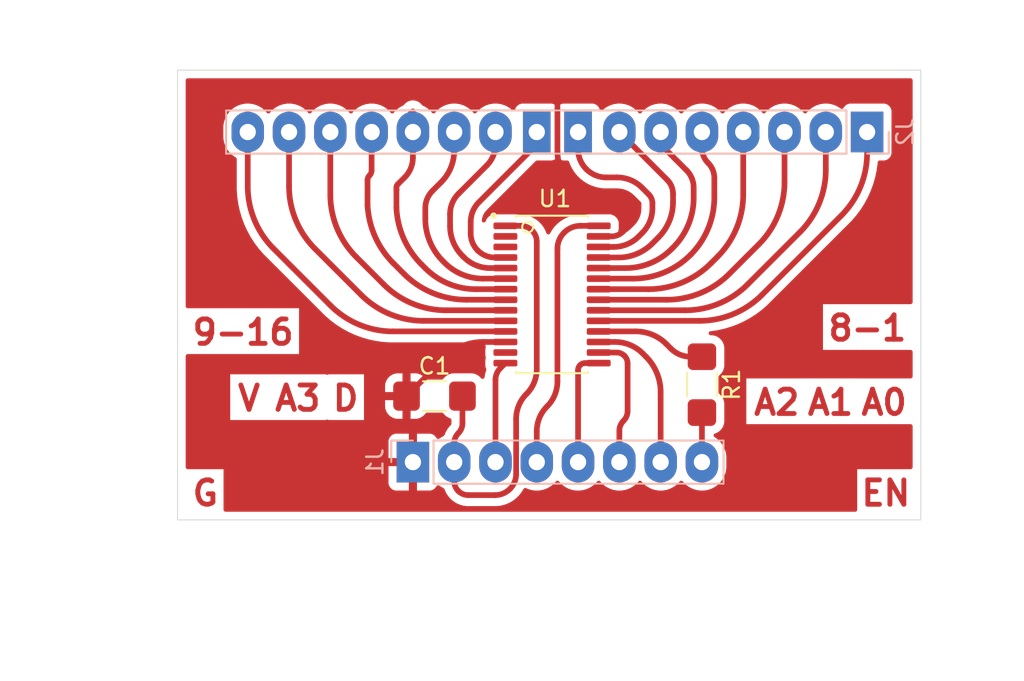
<source format=kicad_pcb>
(kicad_pcb (version 20240108) (generator "pcbnew") (generator_version "8.0")
  (layers (0 "F.Cu" signal) (31 "B.Cu" signal) (34 "B.Paste" user) (35 "F.Paste" user) (36 "B.SilkS" user "B.Silkscreen") (37 "F.SilkS" user "F.Silkscreen") (38 "B.Mask" user) (39 "F.Mask" user) (44 "Edge.Cuts" user))
  (net 0 "")
  (net 1 "GND")
  (net 2 "Net-(J1-Pin_7)")
  (net 3 "Net-(J1-Pin_5)")
  (net 4 "Net-(J1-Pin_3)")
  (net 5 "Net-(J1-Pin_4)")
  (net 6 "Net-(J1-Pin_8)")
  (net 7 "VCC")
  (net 8 "Net-(J1-Pin_6)")
  (net 9 "Net-(J2-Pin_8)")
  (net 10 "Net-(J2-Pin_6)")
  (net 11 "Net-(J2-Pin_4)")
  (net 12 "Net-(J2-Pin_13)")
  (net 13 "Net-(J2-Pin_12)")
  (net 14 "Net-(J2-Pin_3)")
  (net 15 "Net-(J2-Pin_11)")
  (net 16 "Net-(J2-Pin_10)")
  (net 17 "Net-(J2-Pin_5)")
  (net 18 "Net-(J2-Pin_7)")
  (net 19 "Net-(J2-Pin_15)")
  (net 20 "Net-(J2-Pin_2)")
  (net 21 "Net-(J2-Pin_14)")
  (net 22 "Net-(J2-Pin_1)")
  (net 23 "Net-(J2-Pin_9)")
  (net 24 "Net-(U1-S16)")
  (net 25 "Net-(U1-EN)")
  (footprint "007_dusjagr:C_1210_noGND" (layer "F.Cu") (at 103.69 104.648)
    (property "Reference" "C1" (at 0 -1.85 180) (layer "F.SilkS"))
    (property "Value" "100nf")
    (fp_line (start -0.711252 -0.91) (end 0.711252 -0.91) (stroke (width 0.12)) (layer "F.SilkS"))
    (fp_line (start -0.711252 0.91) (end 0.711252 0.91) (stroke (width 0.12)) (layer "F.SilkS"))
    (pad "1" smd roundrect (at -1.72 0) (size 1.64 1.8) (layers "F.Cu" "F.Paste" "F.Mask") (roundrect_rratio 0.188679) (net 1 "GND"))
    (pad "2" smd roundrect (at 1.72 0) (size 1.64 1.8) (layers "F.Cu" "F.Paste" "F.Mask") (roundrect_rratio 0.188679) (net 7 "VCC"))
    (zone (net 0) (net_name "") (layer "F.Cu") (connect_pads (clearance 0)) (min_thickness 0.25)
      (keepout (tracks allowed) (vias allowed) (pads allowed) (copperpour not_allowed) (footprints allowed))
      (fill (thermal_gap 0.5) (thermal_bridge_width 0.5))
      (polygon (pts (xy 102.674 103.632) (xy 104.706 103.632) (xy 104.706 105.664) (xy 102.674 105.664)))
    )
  )
  (footprint "007_dusjagr:R_1206_noGND" (layer "F.Cu") (at 120.142 103.944 -90)
    (property "Reference" "R1" (at 0 -1.82 90) (layer "F.SilkS"))
    (property "Value" "1k")
    (fp_line (start -0.727064 0.91) (end 0.727064 0.91) (stroke (width 0.12)) (layer "F.SilkS"))
    (fp_line (start -0.727064 -0.91) (end 0.727064 -0.91) (stroke (width 0.12)) (layer "F.SilkS"))
    (pad "1" smd roundrect (at -1.72 0 270) (size 1.64 1.75) (layers "F.Cu" "F.Paste" "F.Mask") (roundrect_rratio 0.192308) (net 25 "Net-(U1-EN)"))
    (pad "2" smd roundrect (at 1.72 0 270) (size 1.64 1.75) (layers "F.Cu" "F.Paste" "F.Mask") (roundrect_rratio 0.192308) (net 6 "Net-(J1-Pin_8)"))
    (zone (net 0) (net_name "") (layer "F.Cu") (name "noGND") (connect_pads (clearance 0)) (min_thickness 0.25)
      (keepout (tracks allowed) (vias allowed) (pads allowed) (copperpour not_allowed) (footprints allowed))
      (fill (thermal_gap 0.5) (thermal_bridge_width 0.5))
      (polygon (pts (xy 121.158 102.928) (xy 121.158 104.96) (xy 119.126 104.96) (xy 119.126 102.928)))
    )
  )
  (footprint "007_dusjagr:ADG704-28N" (layer "F.Cu") (at 110.922 98.391)
    (property "Reference" "U1" (at 0.17532 -5.89624 0) (layer "F.SilkS") (effects (font (size 1.001906 1.001906))))
    (property "Value" "ADG706_edited")
    (fp_line (start -2.2 -4.85) (end 2.2 -4.85) (stroke (width 0.127)) (layer "F.SilkS"))
    (fp_line (start -2.2 -4.75) (end -2.2 -4.85) (stroke (width 0.127)) (layer "F.SilkS"))
    (fp_line (start -2.2 4.75) (end -2.2 4.85) (stroke (width 0.127)) (layer "F.SilkS"))
    (fp_line (start -2.2 4.85) (end 2.2 4.85) (stroke (width 0.127)) (layer "F.SilkS"))
    (fp_line (start 2.2 -4.85) (end 2.2 -4.75) (stroke (width 0.127)) (layer "F.SilkS"))
    (fp_line (start 2.2 4.85) (end 2.2 4.75) (stroke (width 0.127)) (layer "F.SilkS"))
    (fp_circle (center -3.6 -4.85) (end -3.5 -4.85) (stroke (width 0.2)) (fill none) (layer "F.SilkS"))
    (fp_circle (center -1.5 -4.15) (end -1.164591 -4.15) (stroke (width 0.127)) (fill none) (layer "F.SilkS"))
    (pad "1" smd roundrect (at -2.87 -4.225) (size 1.47 0.41) (layers "F.Cu" "F.Paste" "F.Mask") (net 7 "VCC"))
    (pad "2" smd roundrect (at -2.87 -3.575) (size 1.47 0.41) (layers "F.Cu" "F.Paste" "F.Mask"))
    (pad "3" smd roundrect (at -2.87 -2.925) (size 1.47 0.41) (layers "F.Cu" "F.Paste" "F.Mask"))
    (pad "4" smd roundrect (at -2.87 -2.275) (size 1.47 0.41) (layers "F.Cu" "F.Paste" "F.Mask") (net 24 "Net-(U1-S16)"))
    (pad "5" smd roundrect (at -2.87 -1.625) (size 1.47 0.41) (layers "F.Cu" "F.Paste" "F.Mask") (net 19 "Net-(J2-Pin_15)"))
    (pad "6" smd roundrect (at -2.87 -0.975) (size 1.47 0.41) (layers "F.Cu" "F.Paste" "F.Mask") (net 21 "Net-(J2-Pin_14)"))
    (pad "7" smd roundrect (at -2.87 -0.325) (size 1.47 0.41) (layers "F.Cu" "F.Paste" "F.Mask") (net 12 "Net-(J2-Pin_13)"))
    (pad "8" smd roundrect (at -2.87 0.325) (size 1.47 0.41) (layers "F.Cu" "F.Paste" "F.Mask") (net 13 "Net-(J2-Pin_12)"))
    (pad "9" smd roundrect (at -2.87 0.975) (size 1.47 0.41) (layers "F.Cu" "F.Paste" "F.Mask") (net 15 "Net-(J2-Pin_11)"))
    (pad "10" smd roundrect (at -2.87 1.625) (size 1.47 0.41) (layers "F.Cu" "F.Paste" "F.Mask") (net 16 "Net-(J2-Pin_10)"))
    (pad "11" smd roundrect (at -2.87 2.275) (size 1.47 0.41) (layers "F.Cu" "F.Paste" "F.Mask") (net 23 "Net-(J2-Pin_9)"))
    (pad "12" smd roundrect (at -2.87 2.925) (size 1.47 0.41) (layers "F.Cu" "F.Paste" "F.Mask") (net 1 "GND"))
    (pad "13" smd roundrect (at -2.87 3.575) (size 1.47 0.41) (layers "F.Cu" "F.Paste" "F.Mask"))
    (pad "14" smd roundrect (at -2.87 4.225) (size 1.47 0.41) (layers "F.Cu" "F.Paste" "F.Mask") (net 4 "Net-(J1-Pin_3)"))
    (pad "15" smd roundrect (at 2.87 4.225) (size 1.47 0.41) (layers "F.Cu" "F.Paste" "F.Mask") (net 3 "Net-(J1-Pin_5)"))
    (pad "16" smd roundrect (at 2.87 3.575) (size 1.47 0.41) (layers "F.Cu" "F.Paste" "F.Mask") (net 8 "Net-(J1-Pin_6)"))
    (pad "17" smd roundrect (at 2.87 2.925) (size 1.47 0.41) (layers "F.Cu" "F.Paste" "F.Mask") (net 2 "Net-(J1-Pin_7)"))
    (pad "18" smd roundrect (at 2.87 2.275) (size 1.47 0.41) (layers "F.Cu" "F.Paste" "F.Mask") (net 25 "Net-(U1-EN)"))
    (pad "19" smd roundrect (at 2.87 1.625) (size 1.47 0.41) (layers "F.Cu" "F.Paste" "F.Mask") (net 22 "Net-(J2-Pin_1)"))
    (pad "20" smd roundrect (at 2.87 0.975) (size 1.47 0.41) (layers "F.Cu" "F.Paste" "F.Mask") (net 20 "Net-(J2-Pin_2)"))
    (pad "21" smd roundrect (at 2.87 0.325) (size 1.47 0.41) (layers "F.Cu" "F.Paste" "F.Mask") (net 14 "Net-(J2-Pin_3)"))
    (pad "22" smd roundrect (at 2.87 -0.325) (size 1.47 0.41) (layers "F.Cu" "F.Paste" "F.Mask") (net 11 "Net-(J2-Pin_4)"))
    (pad "23" smd roundrect (at 2.87 -0.975) (size 1.47 0.41) (layers "F.Cu" "F.Paste" "F.Mask") (net 17 "Net-(J2-Pin_5)"))
    (pad "24" smd roundrect (at 2.87 -1.625) (size 1.47 0.41) (layers "F.Cu" "F.Paste" "F.Mask") (net 10 "Net-(J2-Pin_6)"))
    (pad "25" smd roundrect (at 2.87 -2.275) (size 1.47 0.41) (layers "F.Cu" "F.Paste" "F.Mask") (net 18 "Net-(J2-Pin_7)"))
    (pad "26" smd roundrect (at 2.87 -2.925) (size 1.47 0.41) (layers "F.Cu" "F.Paste" "F.Mask") (net 9 "Net-(J2-Pin_8)"))
    (pad "27" smd roundrect (at 2.87 -3.575) (size 1.47 0.41) (layers "F.Cu" "F.Paste" "F.Mask") (net 1 "GND"))
    (pad "28" smd roundrect (at 2.87 -4.225) (size 1.47 0.41) (layers "F.Cu" "F.Paste" "F.Mask") (net 5 "Net-(J1-Pin_4)"))
  )
  (footprint "Connector_PinHeader_2.54mm:PinHeader_1x16_P2.54mm_Vertical" (layer "B.Cu") (at 130.302 88.392 90)
    (property "Reference" "J2" (at 0 2.33 -90) (layer "B.SilkS") (effects (justify mirror)))
    (property "Value" "Conn_01x16_Pin")
    (fp_line (start 1.33 -39.43) (end -1.33 -39.43) (stroke (width 0.12)) (layer "B.SilkS"))
    (fp_line (start 1.33 -39.43) (end 1.33 -1.27) (stroke (width 0.12)) (layer "B.SilkS"))
    (fp_line (start -1.33 -39.43) (end -1.33 -1.27) (stroke (width 0.12)) (layer "B.SilkS"))
    (fp_line (start 1.33 -1.27) (end -1.33 -1.27) (stroke (width 0.12)) (layer "B.SilkS"))
    (fp_line (start 0 1.33) (end -1.33 1.33) (stroke (width 0.12)) (layer "B.SilkS"))
    (fp_line (start -1.33 1.33) (end -1.33 0) (stroke (width 0.12)) (layer "B.SilkS"))
    (pad "1" thru_hole rect (at 0 0 90) (size 2.5 2) (drill 1) (layers "*.Cu" "*.Mask") (net 22 "Net-(J2-Pin_1)"))
    (pad "2" thru_hole oval (at 0 -2.54 90) (size 2.5 2) (drill 1) (layers "*.Cu" "*.Mask") (net 20 "Net-(J2-Pin_2)"))
    (pad "3" thru_hole oval (at 0 -5.08 90) (size 2.5 2) (drill 1) (layers "*.Cu" "*.Mask") (net 14 "Net-(J2-Pin_3)"))
    (pad "4" thru_hole oval (at 0 -7.62 90) (size 2.5 2) (drill 1) (layers "*.Cu" "*.Mask") (net 11 "Net-(J2-Pin_4)"))
    (pad "5" thru_hole oval (at 0 -10.16 90) (size 2.5 2) (drill 1) (layers "*.Cu" "*.Mask") (net 17 "Net-(J2-Pin_5)"))
    (pad "6" thru_hole oval (at 0 -12.7 90) (size 2.5 2) (drill 1) (layers "*.Cu" "*.Mask") (net 10 "Net-(J2-Pin_6)"))
    (pad "7" thru_hole oval (at 0 -15.24 90) (size 2.5 2) (drill 1) (layers "*.Cu" "*.Mask") (net 18 "Net-(J2-Pin_7)"))
    (pad "8" thru_hole rect (at 0 -17.78 90) (size 2.5 1.7) (drill 1) (layers "*.Cu" "*.Mask") (net 9 "Net-(J2-Pin_8)"))
    (pad "9" thru_hole rect (at 0 -20.32 90) (size 2.5 1.7) (drill 1) (layers "*.Cu" "*.Mask") (net 24 "Net-(U1-S16)"))
    (pad "10" thru_hole oval (at 0 -22.86 90) (size 2.5 2) (drill 1) (layers "*.Cu" "*.Mask") (net 19 "Net-(J2-Pin_15)"))
    (pad "11" thru_hole oval (at 0 -25.4 90) (size 2.5 2) (drill 1) (layers "*.Cu" "*.Mask") (net 21 "Net-(J2-Pin_14)"))
    (pad "12" thru_hole oval (at 0 -27.94 90) (size 2.5 2) (drill 1) (layers "*.Cu" "*.Mask") (net 12 "Net-(J2-Pin_13)"))
    (pad "13" thru_hole oval (at 0 -30.48 90) (size 2.5 2) (drill 1) (layers "*.Cu" "*.Mask") (net 13 "Net-(J2-Pin_12)"))
    (pad "14" thru_hole oval (at 0 -33.02 90) (size 2.5 2) (drill 1) (layers "*.Cu" "*.Mask") (net 15 "Net-(J2-Pin_11)"))
    (pad "15" thru_hole oval (at 0 -35.56 90) (size 2.5 2) (drill 1) (layers "*.Cu" "*.Mask") (net 16 "Net-(J2-Pin_10)"))
    (pad "16" thru_hole oval (at 0 -38.1 90) (size 2.5 2) (drill 1) (layers "*.Cu" "*.Mask") (net 23 "Net-(J2-Pin_9)"))
  )
  (footprint "Connector_PinHeader_2.54mm:PinHeader_1x08_P2.54mm_Vertical" (layer "B.Cu") (at 102.362 108.712 -90)
    (property "Reference" "J1" (at 0 2.33 90) (layer "B.SilkS") (effects (justify mirror)))
    (property "Value" "Conn_01x07_Pin")
    (fp_line (start -1.33 1.33) (end -1.33 0) (stroke (width 0.12)) (layer "B.SilkS"))
    (fp_line (start 0 1.33) (end -1.33 1.33) (stroke (width 0.12)) (layer "B.SilkS"))
    (fp_line (start 1.33 -1.27) (end -1.33 -1.27) (stroke (width 0.12)) (layer "B.SilkS"))
    (fp_line (start -1.33 -19.11) (end -1.33 -1.27) (stroke (width 0.12)) (layer "B.SilkS"))
    (fp_line (start 1.33 -19.11) (end 1.33 -1.27) (stroke (width 0.12)) (layer "B.SilkS"))
    (fp_line (start 1.33 -19.11) (end -1.33 -19.11) (stroke (width 0.12)) (layer "B.SilkS"))
    (pad "1" thru_hole rect (at 0 0 270) (size 2.5 2) (drill 1) (layers "*.Cu" "*.Mask") (net 1 "GND"))
    (pad "2" thru_hole oval (at 0 -2.54 270) (size 2.5 2) (drill 1) (layers "*.Cu" "*.Mask") (net 7 "VCC"))
    (pad "3" thru_hole oval (at 0 -5.08 270) (size 2.5 2) (drill 1) (layers "*.Cu" "*.Mask") (net 4 "Net-(J1-Pin_3)"))
    (pad "4" thru_hole oval (at 0 -7.62 270) (size 2.5 2) (drill 1) (layers "*.Cu" "*.Mask") (net 5 "Net-(J1-Pin_4)"))
    (pad "5" thru_hole oval (at 0 -10.16 270) (size 2.5 2) (drill 1) (layers "*.Cu" "*.Mask") (net 3 "Net-(J1-Pin_5)"))
    (pad "6" thru_hole oval (at 0 -12.7 270) (size 2.5 2) (drill 1) (layers "*.Cu" "*.Mask") (net 8 "Net-(J1-Pin_6)"))
    (pad "7" thru_hole oval (at 0 -15.24 270) (size 2.5 2) (drill 1) (layers "*.Cu" "*.Mask") (net 2 "Net-(J1-Pin_7)"))
    (pad "8" thru_hole oval (at 0 -17.78 270) (size 2.5 2) (drill 1) (layers "*.Cu" "*.Mask") (net 6 "Net-(J1-Pin_8)"))
  )
  (gr_rect (start 87.884 84.582) (end 133.604 112.268) (stroke (width 0.05)) (fill none) (layer "Edge.Cuts"))
  (gr_text "9-16" (at 88.646 101.6 0) (layer "F.Cu") (effects (font (size 1.5 1.5) (thickness 0.3) (bold yes)) (justify left bottom)))
  (gr_text "V\n" (at 91.44 105.664 0) (layer "F.Cu") (effects (font (size 1.5 1.5) (thickness 0.3) (bold yes)) (justify left bottom)))
  (gr_text "A0" (at 129.794 105.918 0) (layer "F.Cu") (effects (font (size 1.5 1.5) (thickness 0.3) (bold yes)) (justify left bottom)))
  (gr_text "A3" (at 93.726 105.664 0) (layer "F.Cu") (effects (font (size 1.5 1.5) (thickness 0.3) (bold yes)) (justify left bottom)))
  (gr_text "D" (at 97.282 105.664 0) (layer "F.Cu") (effects (font (size 1.5 1.5) (thickness 0.3) (bold yes)) (justify left bottom)))
  (gr_text "A1" (at 126.492 105.918 0) (layer "F.Cu") (effects (font (size 1.5 1.5) (thickness 0.3) (bold yes)) (justify left bottom)))
  (gr_text "EN" (at 129.794 111.506 0) (layer "F.Cu") (effects (font (size 1.5 1.5) (thickness 0.3) (bold yes)) (justify left bottom)))
  (gr_text "A2" (at 123.19 105.918 0) (layer "F.Cu") (effects (font (size 1.5 1.5) (thickness 0.3) (bold yes)) (justify left bottom)))
  (gr_text "8-1" (at 127.762 101.346 0) (layer "F.Cu") (effects (font (size 1.5 1.5) (thickness 0.3) (bold yes)) (justify left bottom)))
  (gr_text "G" (at 88.646 111.506 0) (layer "F.Cu") (effects (font (size 1.5 1.5) (thickness 0.3) (bold yes)) (justify left bottom)))
  (segment (start 115.266487 92.660487) (end 115.189 92.583) (width 0.35) (layer "F.Cu") (net 1))
  (segment (start 107.747213 101.316) (end 107.889 101.316) (width 0.35) (layer "F.Cu") (net 1))
  (segment (start 107.889 101.316) (end 106.677 101.316) (width 0.35) (layer "F.Cu") (net 1))
  (segment (start 115.57 93.822463) (end 115.57 93.393231) (width 0.35) (layer "F.Cu") (net 1))
  (segment (start 111.252 89.600369) (end 111.252 85.344) (width 0.35) (layer "F.Cu") (net 1))
  (segment (start 112.057579 91.483579) (end 112.014 91.44) (width 0.35) (layer "F.Cu") (net 1))
  (segment (start 104.329728 102.288271) (end 101.97 104.648) (width 0.35) (layer "F.Cu") (net 1))
  (segment (start 107.711 101.331) (end 107.696 101.346) (width 0.35) (layer "F.Cu") (net 1))
  (segment (start 114.576463 94.816) (end 113.792 94.816) (width 0.35) (layer "F.Cu") (net 1))
  (segment (start 113.792 92.202) (end 114.269184 92.202) (width 0.35) (layer "F.Cu") (net 1))
  (arc (start 107.747213 101.316) (mid 107.727614 101.319898) (end 107.711 101.331) (width 0.35) (layer "F.Cu") (net 1))
  (arc (start 111.252 89.600369) (mid 111.450037 90.59597) (end 112.014 91.44) (width 0.35) (layer "F.Cu") (net 1))
  (arc (start 104.329728 102.288271) (mid 105.406665 101.568685) (end 106.677 101.316) (width 0.35) (layer "F.Cu") (net 1))
  (arc (start 107.889 101.316) (mid 107.889 101.316) (end 107.889 101.316) (width 0.35) (layer "F.Cu") (net 1))
  (arc (start 115.279 94.525) (mid 114.956673 94.740371) (end 114.576463 94.816) (width 0.35) (layer "F.Cu") (net 1))
  (arc (start 115.266487 92.660487) (mid 115.491119 92.996673) (end 115.57 93.393231) (width 0.35) (layer "F.Cu") (net 1))
  (arc (start 115.189 92.583) (mid 114.766984 92.301018) (end 114.269184 92.202) (width 0.35) (layer "F.Cu") (net 1))
  (arc (start 115.279 94.525) (mid 115.494371 94.202673) (end 115.57 93.822463) (width 0.35) (layer "F.Cu") (net 1))
  (arc (start 112.057579 91.483579) (mid 112.853338 92.015288) (end 113.792 92.202) (width 0.35) (layer "F.Cu") (net 1))
  (segment (start 116.698 102.22) (end 116.501813 102.023813) (width 0.35) (layer "F.Cu") (net 2))
  (segment (start 117.602 104.402449) (end 117.602 108.712) (width 0.35) (layer "F.Cu") (net 2))
  (segment (start 114.793 101.316) (end 113.792 101.316) (width 0.35) (layer "F.Cu") (net 2))
  (arc (start 116.698 102.22) (mid 117.367058 103.221316) (end 117.602 104.402449) (width 0.35) (layer "F.Cu") (net 2))
  (arc (start 114.793 101.316) (mid 115.717803 101.499954) (end 116.501813 102.023813) (width 0.35) (layer "F.Cu") (net 2))
  (segment (start 112.955605 102.616) (end 113.792 102.616) (width 0.35) (layer "F.Cu") (net 3))
  (segment (start 112.522 103.049605) (end 112.522 108.712) (width 0.35) (layer "F.Cu") (net 3))
  (arc (start 112.955605 102.616) (mid 112.789671 102.649006) (end 112.649 102.743) (width 0.35) (layer "F.Cu") (net 3))
  (arc (start 112.649 102.743) (mid 112.555006 102.883671) (end 112.522 103.049605) (width 0.35) (layer "F.Cu") (net 3))
  (segment (start 107.442 103.657335) (end 107.442 108.712) (width 0.35) (layer "F.Cu") (net 4))
  (segment (start 107.747 102.921) (end 108.052 102.616) (width 0.35) (layer "F.Cu") (net 4))
  (arc (start 107.747 102.921) (mid 107.521266 103.258833) (end 107.442 103.657335) (width 0.35) (layer "F.Cu") (net 4))
  (segment (start 112.668898 94.166) (end 113.792 94.166) (width 0.35) (layer "F.Cu") (net 5))
  (segment (start 109.982 106.816025) (end 109.982 108.712) (width 0.35) (layer "F.Cu") (net 5))
  (segment (start 111.252 103.749974) (end 111.252 95.582898) (width 0.35) (layer "F.Cu") (net 5))
  (arc (start 112.668898 94.166) (mid 112.126674 94.273854) (end 111.667 94.581) (width 0.35) (layer "F.Cu") (net 5))
  (arc (start 109.982 106.816025) (mid 110.147031 105.986357) (end 110.617 105.283) (width 0.35) (layer "F.Cu") (net 5))
  (arc (start 111.252 95.582898) (mid 111.359854 95.040674) (end 111.667 94.581) (width 0.35) (layer "F.Cu") (net 5))
  (arc (start 111.252 103.749974) (mid 111.086968 104.579641) (end 110.617 105.283) (width 0.35) (layer "F.Cu") (net 5))
  (segment (start 120.142 105.664) (end 120.142 108.712) (width 0.35) (layer "F.Cu") (net 6))
  (segment (start 104.902 107.54721) (end 104.902 107.95) (width 0.35) (layer "F.Cu") (net 7))
  (segment (start 108.712 109.443184) (end 108.712 106.054025) (width 0.35) (layer "F.Cu") (net 7))
  (segment (start 104.902 108.712) (end 104.902 109.093) (width 0.35) (layer "F.Cu") (net 7))
  (segment (start 107.411184 110.744) (end 105.76921 110.744) (width 0.35) (layer "F.Cu") (net 7))
  (segment (start 104.902 109.876789) (end 104.902 108.712) (width 0.35) (layer "F.Cu") (net 7))
  (segment (start 104.902 107.95) (end 104.902 108.712) (width 0.35) (layer "F.Cu") (net 7))
  (segment (start 105.41 106.320789) (end 105.41 104.648) (width 0.35) (layer "F.Cu") (net 7))
  (segment (start 108.998706 94.166) (end 108.052 94.166) (width 0.35) (layer "F.Cu") (net 7))
  (segment (start 109.982 102.987974) (end 109.982 95.149293) (width 0.35) (layer "F.Cu") (net 7))
  (arc (start 104.902 107.54721) (mid 104.968012 107.215343) (end 105.156 106.934) (width 0.35) (layer "F.Cu") (net 7))
  (arc (start 108.998706 94.166) (mid 109.374996 94.240848) (end 109.694 94.454) (width 0.35) (layer "F.Cu") (net 7))
  (arc (start 105.41 106.320789) (mid 105.343987 106.652656) (end 105.156 106.934) (width 0.35) (layer "F.Cu") (net 7))
  (arc (start 109.982 95.149293) (mid 109.907151 94.773003) (end 109.694 94.454) (width 0.35) (layer "F.Cu") (net 7))
  (arc (start 105.156 110.49) (mid 105.437343 110.677987) (end 105.76921 110.744) (width 0.35) (layer "F.Cu") (net 7))
  (arc (start 108.712 109.443184) (mid 108.612981 109.940984) (end 108.331 110.363) (width 0.35) (layer "F.Cu") (net 7))
  (arc (start 109.982 102.987974) (mid 109.816968 103.817641) (end 109.347 104.521) (width 0.35) (layer "F.Cu") (net 7))
  (arc (start 108.331 110.363) (mid 107.908984 110.644981) (end 107.411184 110.744) (width 0.35) (layer "F.Cu") (net 7))
  (arc (start 104.902 109.876789) (mid 104.968012 110.208656) (end 105.156 110.49) (width 0.35) (layer "F.Cu") (net 7))
  (arc (start 108.712 106.054025) (mid 108.877031 105.224357) (end 109.347 104.521) (width 0.35) (layer "F.Cu") (net 7))
  (segment (start 115.57 102.642014) (end 115.57 105.558789) (width 0.35) (layer "F.Cu") (net 8))
  (segment (start 115.062 106.78521) (end 115.062 108.712) (width 0.35) (layer "F.Cu") (net 8))
  (segment (start 114.893985 101.966) (end 113.792 101.966) (width 0.35) (layer "F.Cu") (net 8))
  (arc (start 115.316 106.172) (mid 115.128012 106.453343) (end 115.062 106.78521) (width 0.35) (layer "F.Cu") (net 8))
  (arc (start 114.893985 101.966) (mid 115.152684 102.017458) (end 115.372 102.164) (width 0.35) (layer "F.Cu") (net 8))
  (arc (start 115.316 106.172) (mid 115.503987 105.890656) (end 115.57 105.558789) (width 0.35) (layer "F.Cu") (net 8))
  (arc (start 115.57 102.642014) (mid 115.518541 102.383314) (end 115.372 102.164) (width 0.35) (layer "F.Cu") (net 8))
  (segment (start 116.869493 92.231493) (end 116.459 91.821) (width 0.35) (layer "F.Cu") (net 9))
  (segment (start 114.25642 91.186) (end 114.925974 91.186) (width 0.35) (layer "F.Cu") (net 9))
  (segment (start 112.522 89.451579) (end 112.522 88.392) (width 0.35) (layer "F.Cu") (net 9))
  (segment (start 116.465381 94.608617) (end 116.250052 94.823947) (width 0.35) (layer "F.Cu") (net 9))
  (segment (start 114.7 95.466) (end 113.792 95.466) (width 0.35) (layer "F.Cu") (net 9))
  (segment (start 117.094 92.7735) (end 117.094 93.091) (width 0.35) (layer "F.Cu") (net 9))
  (arc (start 116.250052 94.823947) (mid 115.538882 95.299135) (end 114.7 95.466) (width 0.35) (layer "F.Cu") (net 9))
  (arc (start 116.869493 92.231493) (mid 117.035652 92.480168) (end 117.094 92.7735) (width 0.35) (layer "F.Cu") (net 9))
  (arc (start 116.465381 94.608617) (mid 116.930627 93.912328) (end 117.094 93.091) (width 0.35) (layer "F.Cu") (net 9))
  (arc (start 113.03 90.678) (mid 113.592686 91.053975) (end 114.25642 91.186) (width 0.35) (layer "F.Cu") (net 9))
  (arc (start 112.522 89.451579) (mid 112.654024 90.115313) (end 113.03 90.678) (width 0.35) (layer "F.Cu") (net 9))
  (arc (start 116.459 91.821) (mid 115.755641 91.351031) (end 114.925974 91.186) (width 0.35) (layer "F.Cu") (net 9))
  (segment (start 119.634 91.814802) (end 119.634 92.443605) (width 0.35) (layer "F.Cu") (net 10))
  (segment (start 115.447 96.766) (end 113.792 96.766) (width 0.35) (layer "F.Cu") (net 10))
  (segment (start 119.189369 90.741369) (end 117.871407 89.423407) (width 0.35) (layer "F.Cu") (net 10))
  (segment (start 117.602 88.773) (end 117.602 88.392) (width 0.35) (layer "F.Cu") (net 10))
  (segment (start 118.272261 95.595738) (end 118.368 95.5) (width 0.35) (layer "F.Cu") (net 10))
  (arc (start 115.447 96.766) (mid 116.97602 96.461858) (end 118.272261 95.595738) (width 0.35) (layer "F.Cu") (net 10))
  (arc (start 117.602 88.773) (mid 117.672016 89.124997) (end 117.871407 89.423407) (width 0.35) (layer "F.Cu") (net 10))
  (arc (start 119.189369 90.741369) (mid 119.518444 91.233864) (end 119.634 91.814802) (width 0.35) (layer "F.Cu") (net 10))
  (arc (start 118.368 95.5) (mid 119.304977 94.097714) (end 119.634 92.443605) (width 0.35) (layer "F.Cu") (net 10))
  (segment (start 120.697792 96.472206) (end 121.088207 96.081792) (width 0.35) (layer "F.Cu") (net 11))
  (segment (start 116.850036 98.066) (end 113.792 98.066) (width 0.35) (layer "F.Cu") (net 11))
  (segment (start 122.682 92.234036) (end 122.682 88.392) (width 0.35) (layer "F.Cu") (net 11))
  (arc (start 120.697792 96.472206) (mid 118.932426 97.651786) (end 116.850036 98.066) (width 0.35) (layer "F.Cu") (net 11))
  (arc (start 122.682 92.234036) (mid 122.267786 94.316426) (end 121.088207 96.081792) (width 0.35) (layer "F.Cu") (net 11))
  (segment (start 102.362 89.959579) (end 102.362 88.392) (width 0.35) (layer "F.Cu") (net 12))
  (segment (start 101.346 91.946281) (end 101.346 91.821) (width 0.35) (layer "F.Cu") (net 12))
  (segment (start 102.881 96.531) (end 103.130479 96.780479) (width 0.35) (layer "F.Cu") (net 12))
  (segment (start 106.234 98.066) (end 108.052 98.066) (width 0.35) (layer "F.Cu") (net 12))
  (segment (start 101.34843 93.053895) (end 101.34843 91.952148) (width 0.35) (layer "F.Cu") (net 12))
  (segment (start 101.854 87.63) (end 102.362 87.122) (width 0.35) (layer "F.Cu") (net 12))
  (segment (start 101.853999 91.185999) (end 101.435802 91.604197) (width 0.35) (layer "F.Cu") (net 12))
  (arc (start 101.346 91.946281) (mid 101.346315 91.947869) (end 101.347215 91.949215) (width 0.35) (layer "F.Cu") (net 12))
  (arc (start 102.881 96.531) (mid 101.789839 94.935904) (end 101.34843 93.053895) (width 0.35) (layer "F.Cu") (net 12))
  (arc (start 101.347215 91.949215) (mid 101.348114 91.95056) (end 101.34843 91.952148) (width 0.35) (layer "F.Cu") (net 12))
  (arc (start 102.362 89.959579) (mid 102.229974 90.623313) (end 101.853999 91.185999) (width 0.35) (layer "F.Cu") (net 12))
  (arc (start 101.435802 91.604197) (mid 101.369338 91.703667) (end 101.346 91.821) (width 0.35) (layer "F.Cu") (net 12))
  (arc (start 106.234 98.066) (mid 104.554386 97.731903) (end 103.130479 96.780479) (width 0.35) (layer "F.Cu") (net 12))
  (segment (start 105.661054 98.716) (end 108.052 98.716) (width 0.35) (layer "F.Cu") (net 13))
  (segment (start 101.813298 97.122207) (end 101.161792 96.470701) (width 0.35) (layer "F.Cu") (net 13))
  (segment (start 99.570574 91.361211) (end 99.570574 92.860415) (width 0.35) (layer "F.Cu") (net 13))
  (segment (start 99.822 90.754214) (end 99.822 88.392) (width 0.35) (layer "F.Cu") (net 13))
  (arc (start 99.570574 92.860415) (mid 100.028833 94.81451) (end 101.161792 96.470701) (width 0.35) (layer "F.Cu") (net 13))
  (arc (start 99.822 90.754214) (mid 99.789328 90.918466) (end 99.696287 91.057713) (width 0.35) (layer "F.Cu") (net 13))
  (arc (start 99.696287 91.057713) (mid 99.603245 91.196959) (end 99.570574 91.361211) (width 0.35) (layer "F.Cu") (net 13))
  (arc (start 101.813298 97.122207) (mid 103.578663 98.301786) (end 105.661054 98.716) (width 0.35) (layer "F.Cu") (net 13))
  (segment (start 125.222 91.472036) (end 125.222 88.392) (width 0.35) (layer "F.Cu") (net 14))
  (segment (start 123.628207 95.319792) (end 121.825792 97.122206) (width 0.35) (layer "F.Cu") (net 14))
  (segment (start 117.978036 98.716) (end 113.792 98.716) (width 0.35) (layer "F.Cu") (net 14))
  (arc (start 125.222 91.472036) (mid 124.807786 93.554426) (end 123.628207 95.319792) (width 0.35) (layer "F.Cu") (net 14))
  (arc (start 117.978036 98.716) (mid 120.060426 98.301786) (end 121.825792 97.122206) (width 0.35) (layer "F.Cu") (net 14))
  (segment (start 97.282 92.234036) (end 97.282 88.392) (width 0.35) (layer "F.Cu") (net 15))
  (segment (start 98.875792 96.081792) (end 100.566207 97.772207) (width 0.35) (layer "F.Cu") (net 15))
  (segment (start 104.413963 99.366) (end 108.052 99.366) (width 0.35) (layer "F.Cu") (net 15))
  (arc (start 100.566207 97.772207) (mid 102.331572 98.951786) (end 104.413963 99.366) (width 0.35) (layer "F.Cu") (net 15))
  (arc (start 98.875792 96.081792) (mid 97.696213 94.316426) (end 97.282 92.234036) (width 0.35) (layer "F.Cu") (net 15))
  (segment (start 103.031963 100.016) (end 108.052 100.016) (width 0.35) (layer "F.Cu") (net 16))
  (segment (start 99.184207 98.422207) (end 96.335792 95.573792) (width 0.35) (layer "F.Cu") (net 16))
  (segment (start 94.742 91.726036) (end 94.742 88.392) (width 0.35) (layer "F.Cu") (net 16))
  (arc (start 99.184207 98.422207) (mid 100.949572 99.601786) (end 103.031963 100.016) (width 0.35) (layer "F.Cu") (net 16))
  (arc (start 96.335792 95.573792) (mid 95.156213 93.808426) (end 94.742 91.726036) (width 0.35) (layer "F.Cu") (net 16))
  (segment (start 115.905591 97.416) (end 113.792 97.416) (width 0.35) (layer "F.Cu") (net 17))
  (segment (start 120.904 92.417591) (end 120.904 91.216815) (width 0.35) (layer "F.Cu") (net 17))
  (segment (start 120.142 89.377184) (end 120.142 88.392) (width 0.35) (layer "F.Cu") (net 17))
  (arc (start 120.142 89.377184) (mid 120.241018 89.874984) (end 120.523 90.297) (width 0.35) (layer "F.Cu") (net 17))
  (arc (start 120.523 90.297) (mid 120.804981 90.719014) (end 120.904 91.216815) (width 0.35) (layer "F.Cu") (net 17))
  (arc (start 115.905591 97.416) (mid 117.818399 97.035518) (end 119.44 95.952) (width 0.35) (layer "F.Cu") (net 17))
  (arc (start 119.44 95.952) (mid 120.523518 94.330399) (end 120.904 92.417591) (width 0.35) (layer "F.Cu") (net 17))
  (segment (start 118.364 92.71) (end 118.364 92.202) (width 0.35) (layer "F.Cu") (net 18))
  (segment (start 118.004789 91.334789) (end 115.062 88.392) (width 0.35) (layer "F.Cu") (net 18))
  (segment (start 115.01 96.116) (end 113.792 96.116) (width 0.35) (layer "F.Cu") (net 18))
  (segment (start 117.089255 95.254743) (end 117.465974 94.878025) (width 0.35) (layer "F.Cu") (net 18))
  (arc (start 117.089255 95.254743) (mid 116.135284 95.892166) (end 115.01 96.116) (width 0.35) (layer "F.Cu") (net 18))
  (arc (start 118.004789 91.334789) (mid 118.270644 91.732669) (end 118.364 92.202) (width 0.35) (layer "F.Cu") (net 18))
  (arc (start 117.465974 94.878025) (mid 118.13061 93.883326) (end 118.364 92.71) (width 0.35) (layer "F.Cu") (net 18))
  (segment (start 104.648 93.444013) (end 104.648 94.178026) (width 0.35) (layer "F.Cu") (net 19))
  (segment (start 107.108 96.766) (end 108.052 96.766) (width 0.35) (layer "F.Cu") (net 19))
  (segment (start 107.442 89.154) (end 107.442 88.392) (width 0.35) (layer "F.Cu") (net 19))
  (segment (start 105.406 96.008) (end 105.496491 96.098491) (width 0.35) (layer "F.Cu") (net 19))
  (segment (start 105.167025 92.190974) (end 106.903184 90.454815) (width 0.35) (layer "F.Cu") (net 19))
  (arc (start 105.167025 92.190974) (mid 104.78289 92.765873) (end 104.648 93.444013) (width 0.35) (layer "F.Cu") (net 19))
  (arc (start 107.442 89.154) (mid 107.301966 89.857996) (end 106.903184 90.454815) (width 0.35) (layer "F.Cu") (net 19))
  (arc (start 107.108 96.766) (mid 106.235857 96.59252) (end 105.496491 96.098491) (width 0.35) (layer "F.Cu") (net 19))
  (arc (start 104.648 94.178026) (mid 104.844997 95.1684) (end 105.406 96.008) (width 0.35) (layer "F.Cu") (net 19))
  (segment (start 119.106036 99.366) (end 113.792 99.366) (width 0.35) (layer "F.Cu") (net 20))
  (segment (start 127.762 90.710036) (end 127.762 88.392) (width 0.35) (layer "F.Cu") (net 20))
  (segment (start 122.953792 97.772207) (end 126.168207 94.557792) (width 0.35) (layer "F.Cu") (net 20))
  (arc (start 127.762 90.710036) (mid 127.347786 92.792426) (end 126.168207 94.557792) (width 0.35) (layer "F.Cu") (net 20))
  (arc (start 122.953792 97.772207) (mid 121.188426 98.951786) (end 119.106036 99.366) (width 0.35) (layer "F.Cu") (net 20))
  (segment (start 104.093776 91.486222) (end 103.570327 92.009672) (width 0.35) (layer "F.Cu") (net 21))
  (segment (start 103.124 93.718406) (end 103.124 93.087203) (width 0.35) (layer "F.Cu") (net 21))
  (segment (start 106.671 97.416) (end 108.052 97.416) (width 0.35) (layer "F.Cu") (net 21))
  (segment (start 104.207 96.333) (end 104.313485 96.439485) (width 0.35) (layer "F.Cu") (net 21))
  (segment (start 104.902 89.535) (end 104.902 88.392) (width 0.35) (layer "F.Cu") (net 21))
  (arc (start 104.313485 96.439485) (mid 105.395122 97.162212) (end 106.671 97.416) (width 0.35) (layer "F.Cu") (net 21))
  (arc (start 103.570327 92.009672) (mid 103.239996 92.504047) (end 103.124 93.087203) (width 0.35) (layer "F.Cu") (net 21))
  (arc (start 104.902 89.535) (mid 104.691949 90.590994) (end 104.093776 91.486222) (width 0.35) (layer "F.Cu") (net 21))
  (arc (start 104.207 96.333) (mid 103.405462 95.133414) (end 103.124 93.718406) (width 0.35) (layer "F.Cu") (net 21))
  (segment (start 130.299734 89.913734) (end 130.297469 89.916) (width 0.2) (layer "F.Cu") (net 22))
  (segment (start 119.980036 100.016) (end 113.792 100.016) (width 0.35) (layer "F.Cu") (net 22))
  (segment (start 123.827792 98.422207) (end 128.708207 93.541792) (width 0.35) (layer "F.Cu") (net 22))
  (segment (start 130.302 89.908265) (end 130.302 88.392) (width 0.2) (layer "F.Cu") (net 22))
  (arc (start 130.302 89.908265) (mid 130.301411 89.911224) (end 130.299734 89.913734) (width 0.2) (layer "F.Cu") (net 22))
  (arc (start 128.708207 93.541792) (mid 129.887786 91.776426) (end 130.302 89.694036) (width 0.35) (layer "F.Cu") (net 22))
  (arc (start 119.980036 100.016) (mid 122.062426 99.601786) (end 123.827792 98.422207) (width 0.35) (layer "F.Cu") (net 22))
  (segment (start 92.202 91.726036) (end 92.202 88.392) (width 0.35) (layer "F.Cu") (net 23))
  (segment (start 93.795792 95.573792) (end 97.294207 99.072207) (width 0.35) (layer "F.Cu") (net 23))
  (segment (start 101.141963 100.666) (end 108.052 100.666) (width 0.35) (layer "F.Cu") (net 23))
  (arc (start 93.795792 95.573792) (mid 92.616213 93.808426) (end 92.202 91.726036) (width 0.35) (layer "F.Cu") (net 23))
  (arc (start 97.294207 99.072207) (mid 99.059572 100.251786) (end 101.141963 100.666) (width 0.35) (layer "F.Cu") (net 23))
  (segment (start 109.982 88.773) (end 109.982 88.392) (width 0.35) (layer "F.Cu") (net 24))
  (segment (start 107.396354 96.116) (end 108.052 96.116) (width 0.35) (layer "F.Cu") (net 24))
  (segment (start 105.918 93.927822) (end 105.918 94.637645) (width 0.35) (layer "F.Cu") (net 24))
  (segment (start 106.41992 92.716079) (end 109.712592 89.423407) (width 0.35) (layer "F.Cu") (net 24))
  (arc (start 106.351 95.683) (mid 106.030533 95.203387) (end 105.918 94.637645) (width 0.35) (layer "F.Cu") (net 24))
  (arc (start 106.351 95.683) (mid 106.830612 96.003466) (end 107.396354 96.116) (width 0.35) (layer "F.Cu") (net 24))
  (arc (start 109.982 88.773) (mid 109.911983 89.124997) (end 109.712592 89.423407) (width 0.35) (layer "F.Cu") (net 24))
  (arc (start 106.41992 92.716079) (mid 106.048444 93.272031) (end 105.918 93.927822) (width 0.35) (layer "F.Cu") (net 24))
  (segment (start 116.074327 100.666) (end 113.792 100.666) (width 0.35) (layer "F.Cu") (net 25))
  (segment (start 119.438 102.224) (end 120.142 102.224) (width 0.35) (layer "F.Cu") (net 25))
  (segment (start 117.955 101.445) (end 118.236196 101.726196) (width 0.35) (layer "F.Cu") (net 25))
  (arc (start 118.236196 101.726196) (mid 118.787588 102.094624) (end 119.438 102.224) (width 0.35) (layer "F.Cu") (net 25))
  (arc (start 117.955 101.445) (mid 117.09214 100.868455) (end 116.074327 100.666) (width 0.35) (layer "F.Cu") (net 25))
  (zone (net 1) (net_name "GND") (layer "F.Cu") (connect_pads (clearance 0.5)) (min_thickness 0.25) (fill yes (thermal_gap 0.5) (thermal_bridge_width 0.5))
    (polygon (pts (xy 84.582 80.264) (xy 136.398 80.264) (xy 139.954 118.872) (xy 76.962 122.174)))
  )
)
</source>
